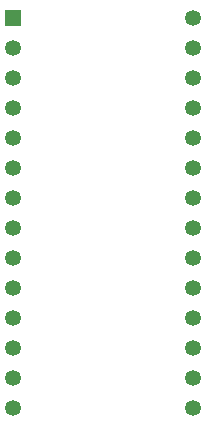
<source format=gbr>
%TF.GenerationSoftware,KiCad,Pcbnew,(5.1.12)-1*%
%TF.CreationDate,2023-02-10T19:32:19+01:00*%
%TF.ProjectId,bigrom,62696772-6f6d-42e6-9b69-6361645f7063,rev?*%
%TF.SameCoordinates,Original*%
%TF.FileFunction,Soldermask,Bot*%
%TF.FilePolarity,Negative*%
%FSLAX46Y46*%
G04 Gerber Fmt 4.6, Leading zero omitted, Abs format (unit mm)*
G04 Created by KiCad (PCBNEW (5.1.12)-1) date 2023-02-10 19:32:19*
%MOMM*%
%LPD*%
G01*
G04 APERTURE LIST*
%ADD10R,1.350000X1.350000*%
%ADD11C,1.350000*%
G04 APERTURE END LIST*
D10*
%TO.C,J1*%
X145000000Y-97500000D03*
D11*
X145000000Y-100040000D03*
X145000000Y-102580000D03*
X145000000Y-105120000D03*
X145000000Y-107660000D03*
X145000000Y-110200000D03*
X145000000Y-112740000D03*
X145000000Y-115280000D03*
X145000000Y-117820000D03*
X145000000Y-120360000D03*
X145000000Y-122900000D03*
X145000000Y-125440000D03*
X145000000Y-127980000D03*
X145000000Y-130520000D03*
X160240000Y-130520000D03*
X160240000Y-127980000D03*
X160240000Y-125440000D03*
X160240000Y-122900000D03*
X160240000Y-120360000D03*
X160240000Y-117820000D03*
X160240000Y-115280000D03*
X160240000Y-112740000D03*
X160240000Y-110200000D03*
X160240000Y-107660000D03*
X160240000Y-105120000D03*
X160240000Y-102580000D03*
X160240000Y-100040000D03*
X160240000Y-97500000D03*
%TD*%
M02*

</source>
